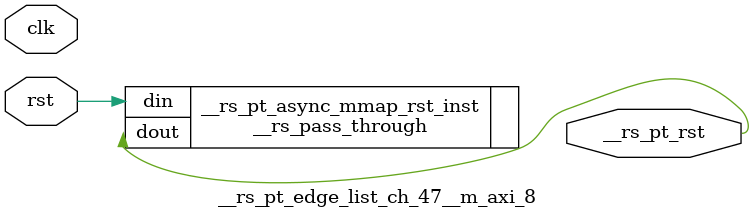
<source format=v>
`timescale 1 ns / 1 ps
/**   Generated by RapidStream   **/
module __rs_pt_edge_list_ch_47__m_axi_8 #(
    parameter BufferSize         = 32,
    parameter BufferSizeLog      = 5,
    parameter AddrWidth          = 64,
    parameter AxiSideAddrWidth   = 64,
    parameter DataWidth          = 512,
    parameter DataWidthBytesLog  = 6,
    parameter WaitTimeWidth      = 4,
    parameter BurstLenWidth      = 8,
    parameter EnableReadChannel  = 1,
    parameter EnableWriteChannel = 1,
    parameter MaxWaitTime        = 3,
    parameter MaxBurstLen        = 15
) (
    output wire __rs_pt_rst,
    input wire  clk,
    input wire  rst
);




__rs_pass_through #(
    .WIDTH (1)
) __rs_pt_async_mmap_rst_inst /**   Generated by RapidStream   **/ (
    .din  (rst),
    .dout (__rs_pt_rst)
);

endmodule  // __rs_pt_edge_list_ch_47__m_axi_8
</source>
